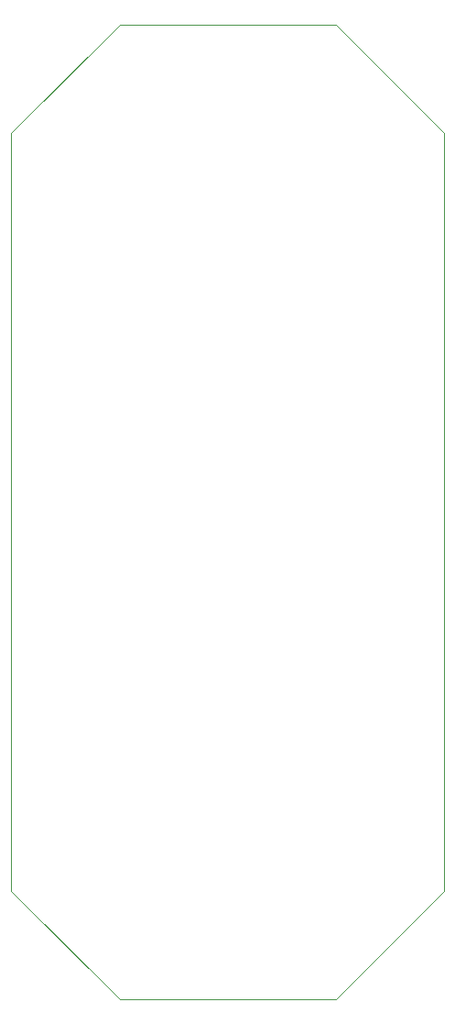
<source format=gbr>
%TF.GenerationSoftware,KiCad,Pcbnew,(6.0.8)*%
%TF.CreationDate,2022-10-07T15:24:08+02:00*%
%TF.ProjectId,bobbycar-emergency-hardware,626f6262-7963-4617-922d-656d65726765,rev?*%
%TF.SameCoordinates,Original*%
%TF.FileFunction,Profile,NP*%
%FSLAX46Y46*%
G04 Gerber Fmt 4.6, Leading zero omitted, Abs format (unit mm)*
G04 Created by KiCad (PCBNEW (6.0.8)) date 2022-10-07 15:24:08*
%MOMM*%
%LPD*%
G01*
G04 APERTURE LIST*
%TA.AperFunction,Profile*%
%ADD10C,0.100000*%
%TD*%
G04 APERTURE END LIST*
D10*
X20000000Y0D02*
X30000000Y10000000D01*
X0Y0D02*
X-10000000Y10000000D01*
X0Y0D02*
X20000000Y0D01*
X0Y90000000D02*
X-10000000Y80000000D01*
X-10000000Y10000000D02*
X-10000000Y80000000D01*
X30000000Y10000000D02*
X30000000Y80000000D01*
X20000000Y90000000D02*
X30000000Y80000000D01*
X0Y90000000D02*
X20000000Y90000000D01*
M02*

</source>
